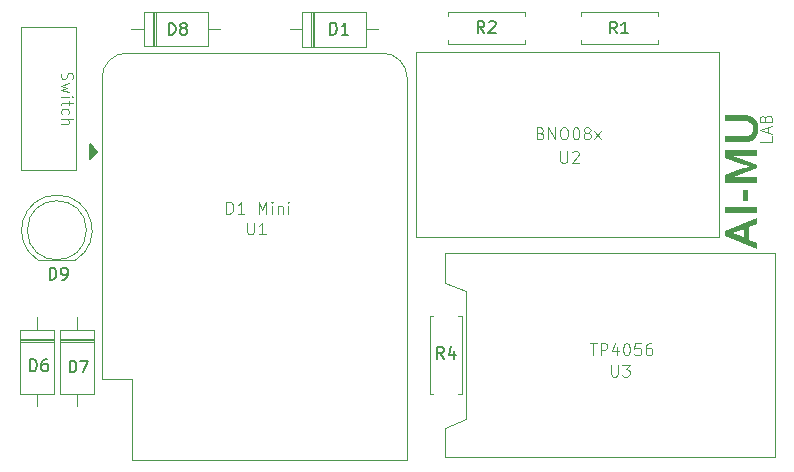
<source format=gbr>
%TF.GenerationSoftware,KiCad,Pcbnew,9.0.2*%
%TF.CreationDate,2025-06-18T17:22:37-04:00*%
%TF.ProjectId,CVISS_IMU_Tracker_Board,43564953-535f-4494-9d55-5f547261636b,rev?*%
%TF.SameCoordinates,Original*%
%TF.FileFunction,Legend,Top*%
%TF.FilePolarity,Positive*%
%FSLAX46Y46*%
G04 Gerber Fmt 4.6, Leading zero omitted, Abs format (unit mm)*
G04 Created by KiCad (PCBNEW 9.0.2) date 2025-06-18 17:22:37*
%MOMM*%
%LPD*%
G01*
G04 APERTURE LIST*
%ADD10C,0.100000*%
%ADD11C,0.200000*%
%ADD12C,0.150000*%
%ADD13C,0.120000*%
G04 APERTURE END LIST*
D10*
X142698095Y-102587419D02*
X142698095Y-103396942D01*
X142698095Y-103396942D02*
X142745714Y-103492180D01*
X142745714Y-103492180D02*
X142793333Y-103539800D01*
X142793333Y-103539800D02*
X142888571Y-103587419D01*
X142888571Y-103587419D02*
X143079047Y-103587419D01*
X143079047Y-103587419D02*
X143174285Y-103539800D01*
X143174285Y-103539800D02*
X143221904Y-103492180D01*
X143221904Y-103492180D02*
X143269523Y-103396942D01*
X143269523Y-103396942D02*
X143269523Y-102587419D01*
X144269523Y-103587419D02*
X143698095Y-103587419D01*
X143983809Y-103587419D02*
X143983809Y-102587419D01*
X143983809Y-102587419D02*
X143888571Y-102730276D01*
X143888571Y-102730276D02*
X143793333Y-102825514D01*
X143793333Y-102825514D02*
X143698095Y-102873133D01*
X140953884Y-101822419D02*
X140953884Y-100822419D01*
X140953884Y-100822419D02*
X141191979Y-100822419D01*
X141191979Y-100822419D02*
X141334836Y-100870038D01*
X141334836Y-100870038D02*
X141430074Y-100965276D01*
X141430074Y-100965276D02*
X141477693Y-101060514D01*
X141477693Y-101060514D02*
X141525312Y-101250990D01*
X141525312Y-101250990D02*
X141525312Y-101393847D01*
X141525312Y-101393847D02*
X141477693Y-101584323D01*
X141477693Y-101584323D02*
X141430074Y-101679561D01*
X141430074Y-101679561D02*
X141334836Y-101774800D01*
X141334836Y-101774800D02*
X141191979Y-101822419D01*
X141191979Y-101822419D02*
X140953884Y-101822419D01*
X142477693Y-101822419D02*
X141906265Y-101822419D01*
X142191979Y-101822419D02*
X142191979Y-100822419D01*
X142191979Y-100822419D02*
X142096741Y-100965276D01*
X142096741Y-100965276D02*
X142001503Y-101060514D01*
X142001503Y-101060514D02*
X141906265Y-101108133D01*
X143668170Y-101822419D02*
X143668170Y-100822419D01*
X143668170Y-100822419D02*
X144001503Y-101536704D01*
X144001503Y-101536704D02*
X144334836Y-100822419D01*
X144334836Y-100822419D02*
X144334836Y-101822419D01*
X144811027Y-101822419D02*
X144811027Y-101155752D01*
X144811027Y-100822419D02*
X144763408Y-100870038D01*
X144763408Y-100870038D02*
X144811027Y-100917657D01*
X144811027Y-100917657D02*
X144858646Y-100870038D01*
X144858646Y-100870038D02*
X144811027Y-100822419D01*
X144811027Y-100822419D02*
X144811027Y-100917657D01*
X145287217Y-101155752D02*
X145287217Y-101822419D01*
X145287217Y-101250990D02*
X145334836Y-101203371D01*
X145334836Y-101203371D02*
X145430074Y-101155752D01*
X145430074Y-101155752D02*
X145572931Y-101155752D01*
X145572931Y-101155752D02*
X145668169Y-101203371D01*
X145668169Y-101203371D02*
X145715788Y-101298609D01*
X145715788Y-101298609D02*
X145715788Y-101822419D01*
X146191979Y-101822419D02*
X146191979Y-101155752D01*
X146191979Y-100822419D02*
X146144360Y-100870038D01*
X146144360Y-100870038D02*
X146191979Y-100917657D01*
X146191979Y-100917657D02*
X146239598Y-100870038D01*
X146239598Y-100870038D02*
X146191979Y-100822419D01*
X146191979Y-100822419D02*
X146191979Y-100917657D01*
D11*
G36*
X185910000Y-102711123D02*
G01*
X185218304Y-102971425D01*
X185218304Y-104025638D01*
X185910000Y-104282093D01*
X185910000Y-104816985D01*
X183166664Y-103728333D01*
X183166664Y-103496608D01*
X183823189Y-103496608D01*
X183823189Y-103508332D01*
X184545476Y-103763504D01*
X184796252Y-103869017D01*
X184796252Y-103130427D01*
X184546575Y-103237039D01*
X183823189Y-103496608D01*
X183166664Y-103496608D01*
X183166664Y-103268913D01*
X185910000Y-102180261D01*
X185910000Y-102711123D01*
G37*
G36*
X185910000Y-101793747D02*
G01*
X183166664Y-101793747D01*
X183166664Y-101289630D01*
X185910000Y-101289630D01*
X185910000Y-101793747D01*
G37*
G36*
X184655568Y-100718285D02*
G01*
X184655568Y-99814647D01*
X185101067Y-99814647D01*
X185101067Y-100718285D01*
X184655568Y-100718285D01*
G37*
G36*
X185173974Y-97830052D02*
G01*
X184845384Y-97731290D01*
X184478981Y-97606386D01*
X183166664Y-97132677D01*
X183166664Y-96427243D01*
X185910000Y-96427243D01*
X185910000Y-96931360D01*
X184520013Y-96931360D01*
X183810549Y-96906631D01*
X183810549Y-96925132D01*
X184073049Y-97007015D01*
X184360095Y-97105383D01*
X185910000Y-97672149D01*
X185910000Y-97996015D01*
X184360095Y-98562780D01*
X184073049Y-98661149D01*
X183810549Y-98743032D01*
X183810549Y-98761350D01*
X184183845Y-98742706D01*
X184517815Y-98736803D01*
X185910000Y-98736803D01*
X185910000Y-99240921D01*
X183166664Y-99240921D01*
X183166664Y-98539516D01*
X184472752Y-98065807D01*
X184805744Y-97952199D01*
X185173974Y-97842325D01*
X185173974Y-97830052D01*
G37*
G36*
X185956894Y-94636821D02*
G01*
X185945877Y-94846547D01*
X185914945Y-95025167D01*
X185862679Y-95190257D01*
X185794228Y-95329249D01*
X185706084Y-95451645D01*
X185601704Y-95553281D01*
X185481463Y-95635967D01*
X185344883Y-95701109D01*
X185226168Y-95739407D01*
X185090992Y-95765956D01*
X184947729Y-95780256D01*
X184779766Y-95785373D01*
X183166664Y-95785373D01*
X183166664Y-95281256D01*
X184735802Y-95281256D01*
X184930294Y-95272065D01*
X185078953Y-95247532D01*
X185190643Y-95211463D01*
X185303970Y-95149409D01*
X185390459Y-95073678D01*
X185454059Y-94983585D01*
X185513741Y-94824323D01*
X185534842Y-94630593D01*
X185513741Y-94436863D01*
X185454059Y-94277601D01*
X185390459Y-94187507D01*
X185303970Y-94111776D01*
X185190643Y-94049722D01*
X185078953Y-94013653D01*
X184930294Y-93989121D01*
X184735802Y-93979930D01*
X183166664Y-93979930D01*
X183166664Y-93475812D01*
X184779766Y-93475812D01*
X184947725Y-93480978D01*
X185090992Y-93495413D01*
X185226164Y-93521822D01*
X185344883Y-93560076D01*
X185481377Y-93625492D01*
X185601704Y-93709187D01*
X185705926Y-93812090D01*
X185794228Y-93937248D01*
X185862714Y-94079028D01*
X185914945Y-94246460D01*
X185945904Y-94426717D01*
X185956894Y-94636821D01*
G37*
D10*
X187112419Y-95289925D02*
X187112419Y-95766115D01*
X187112419Y-95766115D02*
X186112419Y-95766115D01*
X186826704Y-95004210D02*
X186826704Y-94528020D01*
X187112419Y-95099448D02*
X186112419Y-94766115D01*
X186112419Y-94766115D02*
X187112419Y-94432782D01*
X186588609Y-93766115D02*
X186636228Y-93623258D01*
X186636228Y-93623258D02*
X186683847Y-93575639D01*
X186683847Y-93575639D02*
X186779085Y-93528020D01*
X186779085Y-93528020D02*
X186921942Y-93528020D01*
X186921942Y-93528020D02*
X187017180Y-93575639D01*
X187017180Y-93575639D02*
X187064800Y-93623258D01*
X187064800Y-93623258D02*
X187112419Y-93718496D01*
X187112419Y-93718496D02*
X187112419Y-94099448D01*
X187112419Y-94099448D02*
X186112419Y-94099448D01*
X186112419Y-94099448D02*
X186112419Y-93766115D01*
X186112419Y-93766115D02*
X186160038Y-93670877D01*
X186160038Y-93670877D02*
X186207657Y-93623258D01*
X186207657Y-93623258D02*
X186302895Y-93575639D01*
X186302895Y-93575639D02*
X186398133Y-93575639D01*
X186398133Y-93575639D02*
X186493371Y-93623258D01*
X186493371Y-93623258D02*
X186540990Y-93670877D01*
X186540990Y-93670877D02*
X186588609Y-93766115D01*
X186588609Y-93766115D02*
X186588609Y-94099448D01*
X169218095Y-96527419D02*
X169218095Y-97336942D01*
X169218095Y-97336942D02*
X169265714Y-97432180D01*
X169265714Y-97432180D02*
X169313333Y-97479800D01*
X169313333Y-97479800D02*
X169408571Y-97527419D01*
X169408571Y-97527419D02*
X169599047Y-97527419D01*
X169599047Y-97527419D02*
X169694285Y-97479800D01*
X169694285Y-97479800D02*
X169741904Y-97432180D01*
X169741904Y-97432180D02*
X169789523Y-97336942D01*
X169789523Y-97336942D02*
X169789523Y-96527419D01*
X170218095Y-96622657D02*
X170265714Y-96575038D01*
X170265714Y-96575038D02*
X170360952Y-96527419D01*
X170360952Y-96527419D02*
X170599047Y-96527419D01*
X170599047Y-96527419D02*
X170694285Y-96575038D01*
X170694285Y-96575038D02*
X170741904Y-96622657D01*
X170741904Y-96622657D02*
X170789523Y-96717895D01*
X170789523Y-96717895D02*
X170789523Y-96813133D01*
X170789523Y-96813133D02*
X170741904Y-96955990D01*
X170741904Y-96955990D02*
X170170476Y-97527419D01*
X170170476Y-97527419D02*
X170789523Y-97527419D01*
X167537217Y-95008609D02*
X167680074Y-95056228D01*
X167680074Y-95056228D02*
X167727693Y-95103847D01*
X167727693Y-95103847D02*
X167775312Y-95199085D01*
X167775312Y-95199085D02*
X167775312Y-95341942D01*
X167775312Y-95341942D02*
X167727693Y-95437180D01*
X167727693Y-95437180D02*
X167680074Y-95484800D01*
X167680074Y-95484800D02*
X167584836Y-95532419D01*
X167584836Y-95532419D02*
X167203884Y-95532419D01*
X167203884Y-95532419D02*
X167203884Y-94532419D01*
X167203884Y-94532419D02*
X167537217Y-94532419D01*
X167537217Y-94532419D02*
X167632455Y-94580038D01*
X167632455Y-94580038D02*
X167680074Y-94627657D01*
X167680074Y-94627657D02*
X167727693Y-94722895D01*
X167727693Y-94722895D02*
X167727693Y-94818133D01*
X167727693Y-94818133D02*
X167680074Y-94913371D01*
X167680074Y-94913371D02*
X167632455Y-94960990D01*
X167632455Y-94960990D02*
X167537217Y-95008609D01*
X167537217Y-95008609D02*
X167203884Y-95008609D01*
X168203884Y-95532419D02*
X168203884Y-94532419D01*
X168203884Y-94532419D02*
X168775312Y-95532419D01*
X168775312Y-95532419D02*
X168775312Y-94532419D01*
X169441979Y-94532419D02*
X169632455Y-94532419D01*
X169632455Y-94532419D02*
X169727693Y-94580038D01*
X169727693Y-94580038D02*
X169822931Y-94675276D01*
X169822931Y-94675276D02*
X169870550Y-94865752D01*
X169870550Y-94865752D02*
X169870550Y-95199085D01*
X169870550Y-95199085D02*
X169822931Y-95389561D01*
X169822931Y-95389561D02*
X169727693Y-95484800D01*
X169727693Y-95484800D02*
X169632455Y-95532419D01*
X169632455Y-95532419D02*
X169441979Y-95532419D01*
X169441979Y-95532419D02*
X169346741Y-95484800D01*
X169346741Y-95484800D02*
X169251503Y-95389561D01*
X169251503Y-95389561D02*
X169203884Y-95199085D01*
X169203884Y-95199085D02*
X169203884Y-94865752D01*
X169203884Y-94865752D02*
X169251503Y-94675276D01*
X169251503Y-94675276D02*
X169346741Y-94580038D01*
X169346741Y-94580038D02*
X169441979Y-94532419D01*
X170489598Y-94532419D02*
X170584836Y-94532419D01*
X170584836Y-94532419D02*
X170680074Y-94580038D01*
X170680074Y-94580038D02*
X170727693Y-94627657D01*
X170727693Y-94627657D02*
X170775312Y-94722895D01*
X170775312Y-94722895D02*
X170822931Y-94913371D01*
X170822931Y-94913371D02*
X170822931Y-95151466D01*
X170822931Y-95151466D02*
X170775312Y-95341942D01*
X170775312Y-95341942D02*
X170727693Y-95437180D01*
X170727693Y-95437180D02*
X170680074Y-95484800D01*
X170680074Y-95484800D02*
X170584836Y-95532419D01*
X170584836Y-95532419D02*
X170489598Y-95532419D01*
X170489598Y-95532419D02*
X170394360Y-95484800D01*
X170394360Y-95484800D02*
X170346741Y-95437180D01*
X170346741Y-95437180D02*
X170299122Y-95341942D01*
X170299122Y-95341942D02*
X170251503Y-95151466D01*
X170251503Y-95151466D02*
X170251503Y-94913371D01*
X170251503Y-94913371D02*
X170299122Y-94722895D01*
X170299122Y-94722895D02*
X170346741Y-94627657D01*
X170346741Y-94627657D02*
X170394360Y-94580038D01*
X170394360Y-94580038D02*
X170489598Y-94532419D01*
X171394360Y-94960990D02*
X171299122Y-94913371D01*
X171299122Y-94913371D02*
X171251503Y-94865752D01*
X171251503Y-94865752D02*
X171203884Y-94770514D01*
X171203884Y-94770514D02*
X171203884Y-94722895D01*
X171203884Y-94722895D02*
X171251503Y-94627657D01*
X171251503Y-94627657D02*
X171299122Y-94580038D01*
X171299122Y-94580038D02*
X171394360Y-94532419D01*
X171394360Y-94532419D02*
X171584836Y-94532419D01*
X171584836Y-94532419D02*
X171680074Y-94580038D01*
X171680074Y-94580038D02*
X171727693Y-94627657D01*
X171727693Y-94627657D02*
X171775312Y-94722895D01*
X171775312Y-94722895D02*
X171775312Y-94770514D01*
X171775312Y-94770514D02*
X171727693Y-94865752D01*
X171727693Y-94865752D02*
X171680074Y-94913371D01*
X171680074Y-94913371D02*
X171584836Y-94960990D01*
X171584836Y-94960990D02*
X171394360Y-94960990D01*
X171394360Y-94960990D02*
X171299122Y-95008609D01*
X171299122Y-95008609D02*
X171251503Y-95056228D01*
X171251503Y-95056228D02*
X171203884Y-95151466D01*
X171203884Y-95151466D02*
X171203884Y-95341942D01*
X171203884Y-95341942D02*
X171251503Y-95437180D01*
X171251503Y-95437180D02*
X171299122Y-95484800D01*
X171299122Y-95484800D02*
X171394360Y-95532419D01*
X171394360Y-95532419D02*
X171584836Y-95532419D01*
X171584836Y-95532419D02*
X171680074Y-95484800D01*
X171680074Y-95484800D02*
X171727693Y-95437180D01*
X171727693Y-95437180D02*
X171775312Y-95341942D01*
X171775312Y-95341942D02*
X171775312Y-95151466D01*
X171775312Y-95151466D02*
X171727693Y-95056228D01*
X171727693Y-95056228D02*
X171680074Y-95008609D01*
X171680074Y-95008609D02*
X171584836Y-94960990D01*
X172108646Y-95532419D02*
X172632455Y-94865752D01*
X172108646Y-94865752D02*
X172632455Y-95532419D01*
X173508095Y-114627419D02*
X173508095Y-115436942D01*
X173508095Y-115436942D02*
X173555714Y-115532180D01*
X173555714Y-115532180D02*
X173603333Y-115579800D01*
X173603333Y-115579800D02*
X173698571Y-115627419D01*
X173698571Y-115627419D02*
X173889047Y-115627419D01*
X173889047Y-115627419D02*
X173984285Y-115579800D01*
X173984285Y-115579800D02*
X174031904Y-115532180D01*
X174031904Y-115532180D02*
X174079523Y-115436942D01*
X174079523Y-115436942D02*
X174079523Y-114627419D01*
X174460476Y-114627419D02*
X175079523Y-114627419D01*
X175079523Y-114627419D02*
X174746190Y-115008371D01*
X174746190Y-115008371D02*
X174889047Y-115008371D01*
X174889047Y-115008371D02*
X174984285Y-115055990D01*
X174984285Y-115055990D02*
X175031904Y-115103609D01*
X175031904Y-115103609D02*
X175079523Y-115198847D01*
X175079523Y-115198847D02*
X175079523Y-115436942D01*
X175079523Y-115436942D02*
X175031904Y-115532180D01*
X175031904Y-115532180D02*
X174984285Y-115579800D01*
X174984285Y-115579800D02*
X174889047Y-115627419D01*
X174889047Y-115627419D02*
X174603333Y-115627419D01*
X174603333Y-115627419D02*
X174508095Y-115579800D01*
X174508095Y-115579800D02*
X174460476Y-115532180D01*
X171726027Y-112807419D02*
X172297455Y-112807419D01*
X172011741Y-113807419D02*
X172011741Y-112807419D01*
X172630789Y-113807419D02*
X172630789Y-112807419D01*
X172630789Y-112807419D02*
X173011741Y-112807419D01*
X173011741Y-112807419D02*
X173106979Y-112855038D01*
X173106979Y-112855038D02*
X173154598Y-112902657D01*
X173154598Y-112902657D02*
X173202217Y-112997895D01*
X173202217Y-112997895D02*
X173202217Y-113140752D01*
X173202217Y-113140752D02*
X173154598Y-113235990D01*
X173154598Y-113235990D02*
X173106979Y-113283609D01*
X173106979Y-113283609D02*
X173011741Y-113331228D01*
X173011741Y-113331228D02*
X172630789Y-113331228D01*
X174059360Y-113140752D02*
X174059360Y-113807419D01*
X173821265Y-112759800D02*
X173583170Y-113474085D01*
X173583170Y-113474085D02*
X174202217Y-113474085D01*
X174773646Y-112807419D02*
X174868884Y-112807419D01*
X174868884Y-112807419D02*
X174964122Y-112855038D01*
X174964122Y-112855038D02*
X175011741Y-112902657D01*
X175011741Y-112902657D02*
X175059360Y-112997895D01*
X175059360Y-112997895D02*
X175106979Y-113188371D01*
X175106979Y-113188371D02*
X175106979Y-113426466D01*
X175106979Y-113426466D02*
X175059360Y-113616942D01*
X175059360Y-113616942D02*
X175011741Y-113712180D01*
X175011741Y-113712180D02*
X174964122Y-113759800D01*
X174964122Y-113759800D02*
X174868884Y-113807419D01*
X174868884Y-113807419D02*
X174773646Y-113807419D01*
X174773646Y-113807419D02*
X174678408Y-113759800D01*
X174678408Y-113759800D02*
X174630789Y-113712180D01*
X174630789Y-113712180D02*
X174583170Y-113616942D01*
X174583170Y-113616942D02*
X174535551Y-113426466D01*
X174535551Y-113426466D02*
X174535551Y-113188371D01*
X174535551Y-113188371D02*
X174583170Y-112997895D01*
X174583170Y-112997895D02*
X174630789Y-112902657D01*
X174630789Y-112902657D02*
X174678408Y-112855038D01*
X174678408Y-112855038D02*
X174773646Y-112807419D01*
X176011741Y-112807419D02*
X175535551Y-112807419D01*
X175535551Y-112807419D02*
X175487932Y-113283609D01*
X175487932Y-113283609D02*
X175535551Y-113235990D01*
X175535551Y-113235990D02*
X175630789Y-113188371D01*
X175630789Y-113188371D02*
X175868884Y-113188371D01*
X175868884Y-113188371D02*
X175964122Y-113235990D01*
X175964122Y-113235990D02*
X176011741Y-113283609D01*
X176011741Y-113283609D02*
X176059360Y-113378847D01*
X176059360Y-113378847D02*
X176059360Y-113616942D01*
X176059360Y-113616942D02*
X176011741Y-113712180D01*
X176011741Y-113712180D02*
X175964122Y-113759800D01*
X175964122Y-113759800D02*
X175868884Y-113807419D01*
X175868884Y-113807419D02*
X175630789Y-113807419D01*
X175630789Y-113807419D02*
X175535551Y-113759800D01*
X175535551Y-113759800D02*
X175487932Y-113712180D01*
X176916503Y-112807419D02*
X176726027Y-112807419D01*
X176726027Y-112807419D02*
X176630789Y-112855038D01*
X176630789Y-112855038D02*
X176583170Y-112902657D01*
X176583170Y-112902657D02*
X176487932Y-113045514D01*
X176487932Y-113045514D02*
X176440313Y-113235990D01*
X176440313Y-113235990D02*
X176440313Y-113616942D01*
X176440313Y-113616942D02*
X176487932Y-113712180D01*
X176487932Y-113712180D02*
X176535551Y-113759800D01*
X176535551Y-113759800D02*
X176630789Y-113807419D01*
X176630789Y-113807419D02*
X176821265Y-113807419D01*
X176821265Y-113807419D02*
X176916503Y-113759800D01*
X176916503Y-113759800D02*
X176964122Y-113712180D01*
X176964122Y-113712180D02*
X177011741Y-113616942D01*
X177011741Y-113616942D02*
X177011741Y-113378847D01*
X177011741Y-113378847D02*
X176964122Y-113283609D01*
X176964122Y-113283609D02*
X176916503Y-113235990D01*
X176916503Y-113235990D02*
X176821265Y-113188371D01*
X176821265Y-113188371D02*
X176630789Y-113188371D01*
X176630789Y-113188371D02*
X176535551Y-113235990D01*
X176535551Y-113235990D02*
X176487932Y-113283609D01*
X176487932Y-113283609D02*
X176440313Y-113378847D01*
X126985200Y-89896265D02*
X126937580Y-90039122D01*
X126937580Y-90039122D02*
X126937580Y-90277217D01*
X126937580Y-90277217D02*
X126985200Y-90372455D01*
X126985200Y-90372455D02*
X127032819Y-90420074D01*
X127032819Y-90420074D02*
X127128057Y-90467693D01*
X127128057Y-90467693D02*
X127223295Y-90467693D01*
X127223295Y-90467693D02*
X127318533Y-90420074D01*
X127318533Y-90420074D02*
X127366152Y-90372455D01*
X127366152Y-90372455D02*
X127413771Y-90277217D01*
X127413771Y-90277217D02*
X127461390Y-90086741D01*
X127461390Y-90086741D02*
X127509009Y-89991503D01*
X127509009Y-89991503D02*
X127556628Y-89943884D01*
X127556628Y-89943884D02*
X127651866Y-89896265D01*
X127651866Y-89896265D02*
X127747104Y-89896265D01*
X127747104Y-89896265D02*
X127842342Y-89943884D01*
X127842342Y-89943884D02*
X127889961Y-89991503D01*
X127889961Y-89991503D02*
X127937580Y-90086741D01*
X127937580Y-90086741D02*
X127937580Y-90324836D01*
X127937580Y-90324836D02*
X127889961Y-90467693D01*
X127604247Y-90801027D02*
X126937580Y-90991503D01*
X126937580Y-90991503D02*
X127413771Y-91181979D01*
X127413771Y-91181979D02*
X126937580Y-91372455D01*
X126937580Y-91372455D02*
X127604247Y-91562931D01*
X126937580Y-91943884D02*
X127604247Y-91943884D01*
X127937580Y-91943884D02*
X127889961Y-91896265D01*
X127889961Y-91896265D02*
X127842342Y-91943884D01*
X127842342Y-91943884D02*
X127889961Y-91991503D01*
X127889961Y-91991503D02*
X127937580Y-91943884D01*
X127937580Y-91943884D02*
X127842342Y-91943884D01*
X127604247Y-92277217D02*
X127604247Y-92658169D01*
X127937580Y-92420074D02*
X127080438Y-92420074D01*
X127080438Y-92420074D02*
X126985200Y-92467693D01*
X126985200Y-92467693D02*
X126937580Y-92562931D01*
X126937580Y-92562931D02*
X126937580Y-92658169D01*
X126985200Y-93420074D02*
X126937580Y-93324836D01*
X126937580Y-93324836D02*
X126937580Y-93134360D01*
X126937580Y-93134360D02*
X126985200Y-93039122D01*
X126985200Y-93039122D02*
X127032819Y-92991503D01*
X127032819Y-92991503D02*
X127128057Y-92943884D01*
X127128057Y-92943884D02*
X127413771Y-92943884D01*
X127413771Y-92943884D02*
X127509009Y-92991503D01*
X127509009Y-92991503D02*
X127556628Y-93039122D01*
X127556628Y-93039122D02*
X127604247Y-93134360D01*
X127604247Y-93134360D02*
X127604247Y-93324836D01*
X127604247Y-93324836D02*
X127556628Y-93420074D01*
X126937580Y-93848646D02*
X127937580Y-93848646D01*
X126937580Y-94277217D02*
X127461390Y-94277217D01*
X127461390Y-94277217D02*
X127556628Y-94229598D01*
X127556628Y-94229598D02*
X127604247Y-94134360D01*
X127604247Y-94134360D02*
X127604247Y-93991503D01*
X127604247Y-93991503D02*
X127556628Y-93896265D01*
X127556628Y-93896265D02*
X127509009Y-93848646D01*
D12*
X136071905Y-86684819D02*
X136071905Y-85684819D01*
X136071905Y-85684819D02*
X136310000Y-85684819D01*
X136310000Y-85684819D02*
X136452857Y-85732438D01*
X136452857Y-85732438D02*
X136548095Y-85827676D01*
X136548095Y-85827676D02*
X136595714Y-85922914D01*
X136595714Y-85922914D02*
X136643333Y-86113390D01*
X136643333Y-86113390D02*
X136643333Y-86256247D01*
X136643333Y-86256247D02*
X136595714Y-86446723D01*
X136595714Y-86446723D02*
X136548095Y-86541961D01*
X136548095Y-86541961D02*
X136452857Y-86637200D01*
X136452857Y-86637200D02*
X136310000Y-86684819D01*
X136310000Y-86684819D02*
X136071905Y-86684819D01*
X137214762Y-86113390D02*
X137119524Y-86065771D01*
X137119524Y-86065771D02*
X137071905Y-86018152D01*
X137071905Y-86018152D02*
X137024286Y-85922914D01*
X137024286Y-85922914D02*
X137024286Y-85875295D01*
X137024286Y-85875295D02*
X137071905Y-85780057D01*
X137071905Y-85780057D02*
X137119524Y-85732438D01*
X137119524Y-85732438D02*
X137214762Y-85684819D01*
X137214762Y-85684819D02*
X137405238Y-85684819D01*
X137405238Y-85684819D02*
X137500476Y-85732438D01*
X137500476Y-85732438D02*
X137548095Y-85780057D01*
X137548095Y-85780057D02*
X137595714Y-85875295D01*
X137595714Y-85875295D02*
X137595714Y-85922914D01*
X137595714Y-85922914D02*
X137548095Y-86018152D01*
X137548095Y-86018152D02*
X137500476Y-86065771D01*
X137500476Y-86065771D02*
X137405238Y-86113390D01*
X137405238Y-86113390D02*
X137214762Y-86113390D01*
X137214762Y-86113390D02*
X137119524Y-86161009D01*
X137119524Y-86161009D02*
X137071905Y-86208628D01*
X137071905Y-86208628D02*
X137024286Y-86303866D01*
X137024286Y-86303866D02*
X137024286Y-86494342D01*
X137024286Y-86494342D02*
X137071905Y-86589580D01*
X137071905Y-86589580D02*
X137119524Y-86637200D01*
X137119524Y-86637200D02*
X137214762Y-86684819D01*
X137214762Y-86684819D02*
X137405238Y-86684819D01*
X137405238Y-86684819D02*
X137500476Y-86637200D01*
X137500476Y-86637200D02*
X137548095Y-86589580D01*
X137548095Y-86589580D02*
X137595714Y-86494342D01*
X137595714Y-86494342D02*
X137595714Y-86303866D01*
X137595714Y-86303866D02*
X137548095Y-86208628D01*
X137548095Y-86208628D02*
X137500476Y-86161009D01*
X137500476Y-86161009D02*
X137405238Y-86113390D01*
X162793333Y-86524819D02*
X162460000Y-86048628D01*
X162221905Y-86524819D02*
X162221905Y-85524819D01*
X162221905Y-85524819D02*
X162602857Y-85524819D01*
X162602857Y-85524819D02*
X162698095Y-85572438D01*
X162698095Y-85572438D02*
X162745714Y-85620057D01*
X162745714Y-85620057D02*
X162793333Y-85715295D01*
X162793333Y-85715295D02*
X162793333Y-85858152D01*
X162793333Y-85858152D02*
X162745714Y-85953390D01*
X162745714Y-85953390D02*
X162698095Y-86001009D01*
X162698095Y-86001009D02*
X162602857Y-86048628D01*
X162602857Y-86048628D02*
X162221905Y-86048628D01*
X163174286Y-85620057D02*
X163221905Y-85572438D01*
X163221905Y-85572438D02*
X163317143Y-85524819D01*
X163317143Y-85524819D02*
X163555238Y-85524819D01*
X163555238Y-85524819D02*
X163650476Y-85572438D01*
X163650476Y-85572438D02*
X163698095Y-85620057D01*
X163698095Y-85620057D02*
X163745714Y-85715295D01*
X163745714Y-85715295D02*
X163745714Y-85810533D01*
X163745714Y-85810533D02*
X163698095Y-85953390D01*
X163698095Y-85953390D02*
X163126667Y-86524819D01*
X163126667Y-86524819D02*
X163745714Y-86524819D01*
X127671905Y-115264819D02*
X127671905Y-114264819D01*
X127671905Y-114264819D02*
X127910000Y-114264819D01*
X127910000Y-114264819D02*
X128052857Y-114312438D01*
X128052857Y-114312438D02*
X128148095Y-114407676D01*
X128148095Y-114407676D02*
X128195714Y-114502914D01*
X128195714Y-114502914D02*
X128243333Y-114693390D01*
X128243333Y-114693390D02*
X128243333Y-114836247D01*
X128243333Y-114836247D02*
X128195714Y-115026723D01*
X128195714Y-115026723D02*
X128148095Y-115121961D01*
X128148095Y-115121961D02*
X128052857Y-115217200D01*
X128052857Y-115217200D02*
X127910000Y-115264819D01*
X127910000Y-115264819D02*
X127671905Y-115264819D01*
X128576667Y-114264819D02*
X129243333Y-114264819D01*
X129243333Y-114264819D02*
X128814762Y-115264819D01*
X159373333Y-114104819D02*
X159040000Y-113628628D01*
X158801905Y-114104819D02*
X158801905Y-113104819D01*
X158801905Y-113104819D02*
X159182857Y-113104819D01*
X159182857Y-113104819D02*
X159278095Y-113152438D01*
X159278095Y-113152438D02*
X159325714Y-113200057D01*
X159325714Y-113200057D02*
X159373333Y-113295295D01*
X159373333Y-113295295D02*
X159373333Y-113438152D01*
X159373333Y-113438152D02*
X159325714Y-113533390D01*
X159325714Y-113533390D02*
X159278095Y-113581009D01*
X159278095Y-113581009D02*
X159182857Y-113628628D01*
X159182857Y-113628628D02*
X158801905Y-113628628D01*
X160230476Y-113438152D02*
X160230476Y-114104819D01*
X159992381Y-113057200D02*
X159754286Y-113771485D01*
X159754286Y-113771485D02*
X160373333Y-113771485D01*
X149741905Y-86664819D02*
X149741905Y-85664819D01*
X149741905Y-85664819D02*
X149980000Y-85664819D01*
X149980000Y-85664819D02*
X150122857Y-85712438D01*
X150122857Y-85712438D02*
X150218095Y-85807676D01*
X150218095Y-85807676D02*
X150265714Y-85902914D01*
X150265714Y-85902914D02*
X150313333Y-86093390D01*
X150313333Y-86093390D02*
X150313333Y-86236247D01*
X150313333Y-86236247D02*
X150265714Y-86426723D01*
X150265714Y-86426723D02*
X150218095Y-86521961D01*
X150218095Y-86521961D02*
X150122857Y-86617200D01*
X150122857Y-86617200D02*
X149980000Y-86664819D01*
X149980000Y-86664819D02*
X149741905Y-86664819D01*
X151265714Y-86664819D02*
X150694286Y-86664819D01*
X150980000Y-86664819D02*
X150980000Y-85664819D01*
X150980000Y-85664819D02*
X150884762Y-85807676D01*
X150884762Y-85807676D02*
X150789524Y-85902914D01*
X150789524Y-85902914D02*
X150694286Y-85950533D01*
X124331905Y-115164819D02*
X124331905Y-114164819D01*
X124331905Y-114164819D02*
X124570000Y-114164819D01*
X124570000Y-114164819D02*
X124712857Y-114212438D01*
X124712857Y-114212438D02*
X124808095Y-114307676D01*
X124808095Y-114307676D02*
X124855714Y-114402914D01*
X124855714Y-114402914D02*
X124903333Y-114593390D01*
X124903333Y-114593390D02*
X124903333Y-114736247D01*
X124903333Y-114736247D02*
X124855714Y-114926723D01*
X124855714Y-114926723D02*
X124808095Y-115021961D01*
X124808095Y-115021961D02*
X124712857Y-115117200D01*
X124712857Y-115117200D02*
X124570000Y-115164819D01*
X124570000Y-115164819D02*
X124331905Y-115164819D01*
X125760476Y-114164819D02*
X125570000Y-114164819D01*
X125570000Y-114164819D02*
X125474762Y-114212438D01*
X125474762Y-114212438D02*
X125427143Y-114260057D01*
X125427143Y-114260057D02*
X125331905Y-114402914D01*
X125331905Y-114402914D02*
X125284286Y-114593390D01*
X125284286Y-114593390D02*
X125284286Y-114974342D01*
X125284286Y-114974342D02*
X125331905Y-115069580D01*
X125331905Y-115069580D02*
X125379524Y-115117200D01*
X125379524Y-115117200D02*
X125474762Y-115164819D01*
X125474762Y-115164819D02*
X125665238Y-115164819D01*
X125665238Y-115164819D02*
X125760476Y-115117200D01*
X125760476Y-115117200D02*
X125808095Y-115069580D01*
X125808095Y-115069580D02*
X125855714Y-114974342D01*
X125855714Y-114974342D02*
X125855714Y-114736247D01*
X125855714Y-114736247D02*
X125808095Y-114641009D01*
X125808095Y-114641009D02*
X125760476Y-114593390D01*
X125760476Y-114593390D02*
X125665238Y-114545771D01*
X125665238Y-114545771D02*
X125474762Y-114545771D01*
X125474762Y-114545771D02*
X125379524Y-114593390D01*
X125379524Y-114593390D02*
X125331905Y-114641009D01*
X125331905Y-114641009D02*
X125284286Y-114736247D01*
X174003333Y-86574819D02*
X173670000Y-86098628D01*
X173431905Y-86574819D02*
X173431905Y-85574819D01*
X173431905Y-85574819D02*
X173812857Y-85574819D01*
X173812857Y-85574819D02*
X173908095Y-85622438D01*
X173908095Y-85622438D02*
X173955714Y-85670057D01*
X173955714Y-85670057D02*
X174003333Y-85765295D01*
X174003333Y-85765295D02*
X174003333Y-85908152D01*
X174003333Y-85908152D02*
X173955714Y-86003390D01*
X173955714Y-86003390D02*
X173908095Y-86051009D01*
X173908095Y-86051009D02*
X173812857Y-86098628D01*
X173812857Y-86098628D02*
X173431905Y-86098628D01*
X174955714Y-86574819D02*
X174384286Y-86574819D01*
X174670000Y-86574819D02*
X174670000Y-85574819D01*
X174670000Y-85574819D02*
X174574762Y-85717676D01*
X174574762Y-85717676D02*
X174479524Y-85812914D01*
X174479524Y-85812914D02*
X174384286Y-85860533D01*
X125981905Y-107404819D02*
X125981905Y-106404819D01*
X125981905Y-106404819D02*
X126220000Y-106404819D01*
X126220000Y-106404819D02*
X126362857Y-106452438D01*
X126362857Y-106452438D02*
X126458095Y-106547676D01*
X126458095Y-106547676D02*
X126505714Y-106642914D01*
X126505714Y-106642914D02*
X126553333Y-106833390D01*
X126553333Y-106833390D02*
X126553333Y-106976247D01*
X126553333Y-106976247D02*
X126505714Y-107166723D01*
X126505714Y-107166723D02*
X126458095Y-107261961D01*
X126458095Y-107261961D02*
X126362857Y-107357200D01*
X126362857Y-107357200D02*
X126220000Y-107404819D01*
X126220000Y-107404819D02*
X125981905Y-107404819D01*
X127029524Y-107404819D02*
X127220000Y-107404819D01*
X127220000Y-107404819D02*
X127315238Y-107357200D01*
X127315238Y-107357200D02*
X127362857Y-107309580D01*
X127362857Y-107309580D02*
X127458095Y-107166723D01*
X127458095Y-107166723D02*
X127505714Y-106976247D01*
X127505714Y-106976247D02*
X127505714Y-106595295D01*
X127505714Y-106595295D02*
X127458095Y-106500057D01*
X127458095Y-106500057D02*
X127410476Y-106452438D01*
X127410476Y-106452438D02*
X127315238Y-106404819D01*
X127315238Y-106404819D02*
X127124762Y-106404819D01*
X127124762Y-106404819D02*
X127029524Y-106452438D01*
X127029524Y-106452438D02*
X126981905Y-106500057D01*
X126981905Y-106500057D02*
X126934286Y-106595295D01*
X126934286Y-106595295D02*
X126934286Y-106833390D01*
X126934286Y-106833390D02*
X126981905Y-106928628D01*
X126981905Y-106928628D02*
X127029524Y-106976247D01*
X127029524Y-106976247D02*
X127124762Y-107023866D01*
X127124762Y-107023866D02*
X127315238Y-107023866D01*
X127315238Y-107023866D02*
X127410476Y-106976247D01*
X127410476Y-106976247D02*
X127458095Y-106928628D01*
X127458095Y-106928628D02*
X127505714Y-106833390D01*
%TO.C,U2*%
D10*
X157030000Y-103830000D02*
X182630000Y-103830000D01*
X182630000Y-88130000D01*
X157030000Y-88130000D01*
X157030000Y-103830000D01*
%TO.C,U3*%
X187395000Y-105175000D02*
X187395000Y-122445000D01*
X161225000Y-119245000D02*
X159445000Y-119945000D01*
X161225000Y-108375000D02*
X161225000Y-119245000D01*
X159445000Y-122445000D02*
X187395000Y-122445000D01*
X159445000Y-119945000D02*
X159445000Y-122445000D01*
X159445000Y-107675000D02*
X161225000Y-108375000D01*
X159445000Y-105175000D02*
X187395000Y-105175000D01*
X159445000Y-105175000D02*
X159445000Y-107675000D01*
%TO.C,SW1*%
X128190000Y-98160000D02*
X123560000Y-98160000D01*
X123560000Y-86050000D01*
X128190000Y-86050000D01*
X128190000Y-98160000D01*
%TO.C,D8*%
D13*
X133930000Y-84730000D02*
X139370000Y-84730000D01*
X139370000Y-87670000D01*
X133930000Y-87670000D01*
X133930000Y-84730000D01*
X140390000Y-86200000D02*
X139370000Y-86200000D01*
X134950000Y-84730000D02*
X134950000Y-87670000D01*
X134830000Y-84730000D02*
X134830000Y-87670000D01*
X134710000Y-84730000D02*
X134710000Y-87670000D01*
X132910000Y-86200000D02*
X133930000Y-86200000D01*
%TO.C,R2*%
X166230000Y-87470000D02*
X159690000Y-87470000D01*
X166230000Y-87140000D02*
X166230000Y-87470000D01*
X166230000Y-85060000D02*
X166230000Y-84730000D01*
X166230000Y-84730000D02*
X159690000Y-84730000D01*
X159690000Y-87470000D02*
X159690000Y-87140000D01*
X159690000Y-84730000D02*
X159690000Y-85060000D01*
%TO.C,D7*%
X128300000Y-110620000D02*
X128300000Y-111640000D01*
X128300000Y-118100000D02*
X128300000Y-117080000D01*
X129770000Y-112420000D02*
X126830000Y-112420000D01*
X129770000Y-112540000D02*
X126830000Y-112540000D01*
X129770000Y-112660000D02*
X126830000Y-112660000D01*
X129770000Y-111640000D02*
X126830000Y-111640000D01*
X126830000Y-117080000D01*
X129770000Y-117080000D01*
X129770000Y-111640000D01*
%TO.C,U1*%
X130405000Y-115790000D02*
X130405000Y-90360000D01*
X130405000Y-115790000D02*
X132945000Y-115790000D01*
X132945000Y-115790000D02*
X132945000Y-122690000D01*
X132945000Y-122690000D02*
X156265000Y-122690000D01*
X154145000Y-88230000D02*
X132535000Y-88230000D01*
X156265000Y-122690000D02*
X156265000Y-90360000D01*
X130405000Y-90360000D02*
G75*
G02*
X132535000Y-88230000I2130002J-2D01*
G01*
X154135000Y-88230000D02*
G75*
G02*
X156265000Y-90360000I0J-2130000D01*
G01*
D12*
X130000000Y-96570000D02*
X129365000Y-97205000D01*
X129365000Y-95935000D01*
X130000000Y-96570000D01*
G36*
X130000000Y-96570000D02*
G01*
X129365000Y-97205000D01*
X129365000Y-95935000D01*
X130000000Y-96570000D01*
G37*
D13*
%TO.C,R4*%
X158150000Y-110520000D02*
X158480000Y-110520000D01*
X158150000Y-117060000D02*
X158150000Y-110520000D01*
X158480000Y-117060000D02*
X158150000Y-117060000D01*
X160560000Y-117060000D02*
X160890000Y-117060000D01*
X160890000Y-110520000D02*
X160560000Y-110520000D01*
X160890000Y-117060000D02*
X160890000Y-110520000D01*
%TO.C,D1*%
X146330000Y-86210000D02*
X147350000Y-86210000D01*
X148130000Y-84740000D02*
X148130000Y-87680000D01*
X148250000Y-84740000D02*
X148250000Y-87680000D01*
X148370000Y-84740000D02*
X148370000Y-87680000D01*
X153810000Y-86210000D02*
X152790000Y-86210000D01*
X147350000Y-84740000D02*
X152790000Y-84740000D01*
X152790000Y-87680000D01*
X147350000Y-87680000D01*
X147350000Y-84740000D01*
%TO.C,D6*%
X124910000Y-110620000D02*
X124910000Y-111640000D01*
X124910000Y-118100000D02*
X124910000Y-117080000D01*
X126380000Y-112420000D02*
X123440000Y-112420000D01*
X126380000Y-112540000D02*
X123440000Y-112540000D01*
X126380000Y-112660000D02*
X123440000Y-112660000D01*
X126380000Y-111640000D02*
X123440000Y-111640000D01*
X123440000Y-117080000D01*
X126380000Y-117080000D01*
X126380000Y-111640000D01*
%TO.C,R1*%
X170960000Y-84730000D02*
X177500000Y-84730000D01*
X170960000Y-85060000D02*
X170960000Y-84730000D01*
X170960000Y-87140000D02*
X170960000Y-87470000D01*
X170960000Y-87470000D02*
X177500000Y-87470000D01*
X177500000Y-84730000D02*
X177500000Y-85060000D01*
X177500000Y-87470000D02*
X177500000Y-87140000D01*
%TO.C,D9*%
X125045000Y-105795000D02*
X128135000Y-105795000D01*
X125045170Y-105795000D02*
G75*
G02*
X126590000Y-100245000I1544830J2560000D01*
G01*
X126590000Y-100245000D02*
G75*
G02*
X128134830Y-105795000I0J-2990000D01*
G01*
X129090000Y-103235000D02*
G75*
G02*
X124090000Y-103235000I-2500000J0D01*
G01*
X124090000Y-103235000D02*
G75*
G02*
X129090000Y-103235000I2500000J0D01*
G01*
%TD*%
M02*

</source>
